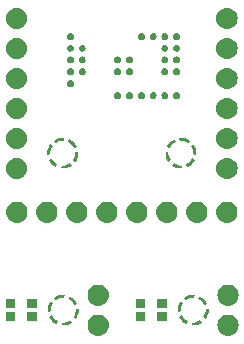
<source format=gtp>
G75*
%FSLAX44Y44*%
%MOMM*%

G36*
X-40500Y101900D2*
X-40736Y103068D1*
X-41379Y104021D1*
X-42332Y104664D1*
X-43500Y104900D1*
X-44668Y104664D1*
X-45621Y104021D1*
X-46264Y103068D1*
X-46500Y101900D1*
X-46264Y100732D1*
X-45621Y99779D1*
X-44668Y99136D1*
X-43500Y98900D1*
X-42332Y99136D1*
X-41379Y99779D1*
X-40736Y100732D1*
X-40500Y101900D1*
G37*

G36*
X-40500Y91900D2*
X-40736Y93068D1*
X-41379Y94021D1*
X-42332Y94664D1*
X-43500Y94900D1*
X-44668Y94664D1*
X-45621Y94021D1*
X-46264Y93068D1*
X-46500Y91900D1*
X-46264Y90732D1*
X-45621Y89779D1*
X-44668Y89136D1*
X-43500Y88900D1*
X-42332Y89136D1*
X-41379Y89779D1*
X-40736Y90732D1*
X-40500Y91900D1*
G37*

G36*
X-40500Y81900D2*
X-40736Y83068D1*
X-41379Y84021D1*
X-42332Y84664D1*
X-43500Y84900D1*
X-44668Y84664D1*
X-45621Y84021D1*
X-46264Y83068D1*
X-46500Y81900D1*
X-46264Y80732D1*
X-45621Y79779D1*
X-44668Y79136D1*
X-43500Y78900D1*
X-42332Y79136D1*
X-41379Y79779D1*
X-40736Y80732D1*
X-40500Y81900D1*
G37*

G36*
X-40500Y71900D2*
X-40736Y73068D1*
X-41379Y74021D1*
X-42332Y74664D1*
X-43500Y74900D1*
X-44668Y74664D1*
X-45621Y74021D1*
X-46264Y73068D1*
X-46500Y71900D1*
X-46264Y70732D1*
X-45621Y69779D1*
X-44668Y69136D1*
X-43500Y68900D1*
X-42332Y69136D1*
X-41379Y69779D1*
X-40736Y70732D1*
X-40500Y71900D1*
G37*

G36*
X-40500Y61900D2*
X-40736Y63068D1*
X-41379Y64021D1*
X-42332Y64664D1*
X-43500Y64900D1*
X-44668Y64664D1*
X-45621Y64021D1*
X-46264Y63068D1*
X-46500Y61900D1*
X-46264Y60732D1*
X-45621Y59779D1*
X-44668Y59136D1*
X-43500Y58900D1*
X-42332Y59136D1*
X-41379Y59779D1*
X-40736Y60732D1*
X-40500Y61900D1*
G37*

G36*
X-30500Y91900D2*
X-30736Y93068D1*
X-31379Y94021D1*
X-32332Y94664D1*
X-33500Y94900D1*
X-34668Y94664D1*
X-35621Y94021D1*
X-36264Y93068D1*
X-36500Y91900D1*
X-36264Y90732D1*
X-35621Y89779D1*
X-34668Y89136D1*
X-33500Y88900D1*
X-32332Y89136D1*
X-31379Y89779D1*
X-30736Y90732D1*
X-30500Y91900D1*
G37*

G36*
X-30500Y81900D2*
X-30736Y83068D1*
X-31379Y84021D1*
X-32332Y84664D1*
X-33500Y84900D1*
X-34668Y84664D1*
X-35621Y84021D1*
X-36264Y83068D1*
X-36500Y81900D1*
X-36264Y80732D1*
X-35621Y79779D1*
X-34668Y79136D1*
X-33500Y78900D1*
X-32332Y79136D1*
X-31379Y79779D1*
X-30736Y80732D1*
X-30500Y81900D1*
G37*

G36*
X-30500Y71900D2*
X-30736Y73068D1*
X-31379Y74021D1*
X-32332Y74664D1*
X-33500Y74900D1*
X-34668Y74664D1*
X-35621Y74021D1*
X-36264Y73068D1*
X-36500Y71900D1*
X-36264Y70732D1*
X-35621Y69779D1*
X-34668Y69136D1*
X-33500Y68900D1*
X-32332Y69136D1*
X-31379Y69779D1*
X-30736Y70732D1*
X-30500Y71900D1*
G37*

G36*
X-500Y51900D2*
X-736Y53068D1*
X-1379Y54021D1*
X-2332Y54664D1*
X-3500Y54900D1*
X-4668Y54664D1*
X-5621Y54021D1*
X-6264Y53068D1*
X-6500Y51900D1*
X-6264Y50732D1*
X-5621Y49779D1*
X-4668Y49136D1*
X-3500Y48900D1*
X-2332Y49136D1*
X-1379Y49779D1*
X-736Y50732D1*
X-500Y51900D1*
G37*

G36*
X9500Y51900D2*
X9264Y53068D1*
X8621Y54021D1*
X7668Y54664D1*
X6500Y54900D1*
X5332Y54664D1*
X4379Y54021D1*
X3736Y53068D1*
X3500Y51900D1*
X3736Y50732D1*
X4379Y49779D1*
X5332Y49136D1*
X6500Y48900D1*
X7668Y49136D1*
X8621Y49779D1*
X9264Y50732D1*
X9500Y51900D1*
G37*

G36*
X19500Y51900D2*
X19264Y53068D1*
X18621Y54021D1*
X17668Y54664D1*
X16500Y54900D1*
X15332Y54664D1*
X14379Y54021D1*
X13736Y53068D1*
X13500Y51900D1*
X13736Y50732D1*
X14379Y49779D1*
X15332Y49136D1*
X16500Y48900D1*
X17668Y49136D1*
X18621Y49779D1*
X19264Y50732D1*
X19500Y51900D1*
G37*

G36*
X29500Y51900D2*
X29264Y53068D1*
X28621Y54021D1*
X27668Y54664D1*
X26500Y54900D1*
X25332Y54664D1*
X24379Y54021D1*
X23736Y53068D1*
X23500Y51900D1*
X23736Y50732D1*
X24379Y49779D1*
X25332Y49136D1*
X26500Y48900D1*
X27668Y49136D1*
X28621Y49779D1*
X29264Y50732D1*
X29500Y51900D1*
G37*

G36*
X39500Y51900D2*
X39264Y53068D1*
X38621Y54021D1*
X37668Y54664D1*
X36500Y54900D1*
X35332Y54664D1*
X34379Y54021D1*
X33736Y53068D1*
X33500Y51900D1*
X33736Y50732D1*
X34379Y49779D1*
X35332Y49136D1*
X36500Y48900D1*
X37668Y49136D1*
X38621Y49779D1*
X39264Y50732D1*
X39500Y51900D1*
G37*

G36*
X49500Y51900D2*
X49264Y53068D1*
X48621Y54021D1*
X47668Y54664D1*
X46500Y54900D1*
X45332Y54664D1*
X44379Y54021D1*
X43736Y53068D1*
X43500Y51900D1*
X43736Y50732D1*
X44379Y49779D1*
X45332Y49136D1*
X46500Y48900D1*
X47668Y49136D1*
X48621Y49779D1*
X49264Y50732D1*
X49500Y51900D1*
G37*

G36*
X49500Y71900D2*
X49264Y73068D1*
X48621Y74021D1*
X47668Y74664D1*
X46500Y74900D1*
X45332Y74664D1*
X44379Y74021D1*
X43736Y73068D1*
X43500Y71900D1*
X43736Y70732D1*
X44379Y69779D1*
X45332Y69136D1*
X46500Y68900D1*
X47668Y69136D1*
X48621Y69779D1*
X49264Y70732D1*
X49500Y71900D1*
G37*

G36*
X49500Y81900D2*
X49264Y83068D1*
X48621Y84021D1*
X47668Y84664D1*
X46500Y84900D1*
X45332Y84664D1*
X44379Y84021D1*
X43736Y83068D1*
X43500Y81900D1*
X43736Y80732D1*
X44379Y79779D1*
X45332Y79136D1*
X46500Y78900D1*
X47668Y79136D1*
X48621Y79779D1*
X49264Y80732D1*
X49500Y81900D1*
G37*

G36*
X49500Y91900D2*
X49264Y93068D1*
X48621Y94021D1*
X47668Y94664D1*
X46500Y94900D1*
X45332Y94664D1*
X44379Y94021D1*
X43736Y93068D1*
X43500Y91900D1*
X43736Y90732D1*
X44379Y89779D1*
X45332Y89136D1*
X46500Y88900D1*
X47668Y89136D1*
X48621Y89779D1*
X49264Y90732D1*
X49500Y91900D1*
G37*

G36*
X49500Y101900D2*
X49264Y103068D1*
X48621Y104021D1*
X47668Y104664D1*
X46500Y104900D1*
X45332Y104664D1*
X44379Y104021D1*
X43736Y103068D1*
X43500Y101900D1*
X43736Y100732D1*
X44379Y99779D1*
X45332Y99136D1*
X46500Y98900D1*
X47668Y99136D1*
X48621Y99779D1*
X49264Y100732D1*
X49500Y101900D1*
G37*

G36*
X39500Y71900D2*
X39264Y73068D1*
X38621Y74021D1*
X37668Y74664D1*
X36500Y74900D1*
X35332Y74664D1*
X34379Y74021D1*
X33736Y73068D1*
X33500Y71900D1*
X33736Y70732D1*
X34379Y69779D1*
X35332Y69136D1*
X36500Y68900D1*
X37668Y69136D1*
X38621Y69779D1*
X39264Y70732D1*
X39500Y71900D1*
G37*

G36*
X39500Y81900D2*
X39264Y83068D1*
X38621Y84021D1*
X37668Y84664D1*
X36500Y84900D1*
X35332Y84664D1*
X34379Y84021D1*
X33736Y83068D1*
X33500Y81900D1*
X33736Y80732D1*
X34379Y79779D1*
X35332Y79136D1*
X36500Y78900D1*
X37668Y79136D1*
X38621Y79779D1*
X39264Y80732D1*
X39500Y81900D1*
G37*

G36*
X39500Y91900D2*
X39264Y93068D1*
X38621Y94021D1*
X37668Y94664D1*
X36500Y94900D1*
X35332Y94664D1*
X34379Y94021D1*
X33736Y93068D1*
X33500Y91900D1*
X33736Y90732D1*
X34379Y89779D1*
X35332Y89136D1*
X36500Y88900D1*
X37668Y89136D1*
X38621Y89779D1*
X39264Y90732D1*
X39500Y91900D1*
G37*

G36*
X39500Y101900D2*
X39264Y103068D1*
X38621Y104021D1*
X37668Y104664D1*
X36500Y104900D1*
X35332Y104664D1*
X34379Y104021D1*
X33736Y103068D1*
X33500Y101900D1*
X33736Y100732D1*
X34379Y99779D1*
X35332Y99136D1*
X36500Y98900D1*
X37668Y99136D1*
X38621Y99779D1*
X39264Y100732D1*
X39500Y101900D1*
G37*

G36*
X29500Y101900D2*
X29264Y103068D1*
X28621Y104021D1*
X27668Y104664D1*
X26500Y104900D1*
X25332Y104664D1*
X24379Y104021D1*
X23736Y103068D1*
X23500Y101900D1*
X23736Y100732D1*
X24379Y99779D1*
X25332Y99136D1*
X26500Y98900D1*
X27668Y99136D1*
X28621Y99779D1*
X29264Y100732D1*
X29500Y101900D1*
G37*

G36*
X19500Y101900D2*
X19264Y103068D1*
X18621Y104021D1*
X17668Y104664D1*
X16500Y104900D1*
X15332Y104664D1*
X14379Y104021D1*
X13736Y103068D1*
X13500Y101900D1*
X13736Y100732D1*
X14379Y99779D1*
X15332Y99136D1*
X16500Y98900D1*
X17668Y99136D1*
X18621Y99779D1*
X19264Y100732D1*
X19500Y101900D1*
G37*

G36*
X9500Y81900D2*
X9264Y83068D1*
X8621Y84021D1*
X7668Y84664D1*
X6500Y84900D1*
X5332Y84664D1*
X4379Y84021D1*
X3736Y83068D1*
X3500Y81900D1*
X3736Y80732D1*
X4379Y79779D1*
X5332Y79136D1*
X6500Y78900D1*
X7668Y79136D1*
X8621Y79779D1*
X9264Y80732D1*
X9500Y81900D1*
G37*

G36*
X9500Y71900D2*
X9264Y73068D1*
X8621Y74021D1*
X7668Y74664D1*
X6500Y74900D1*
X5332Y74664D1*
X4379Y74021D1*
X3736Y73068D1*
X3500Y71900D1*
X3736Y70732D1*
X4379Y69779D1*
X5332Y69136D1*
X6500Y68900D1*
X7668Y69136D1*
X8621Y69779D1*
X9264Y70732D1*
X9500Y71900D1*
G37*

G36*
X-500Y81900D2*
X-736Y83068D1*
X-1379Y84021D1*
X-2332Y84664D1*
X-3500Y84900D1*
X-4668Y84664D1*
X-5621Y84021D1*
X-6264Y83068D1*
X-6500Y81900D1*
X-6264Y80732D1*
X-5621Y79779D1*
X-4668Y79136D1*
X-3500Y78900D1*
X-2332Y79136D1*
X-1379Y79779D1*
X-736Y80732D1*
X-500Y81900D1*
G37*

G36*
X-500Y71900D2*
X-736Y73068D1*
X-1379Y74021D1*
X-2332Y74664D1*
X-3500Y74900D1*
X-4668Y74664D1*
X-5621Y74021D1*
X-6264Y73068D1*
X-6500Y71900D1*
X-6264Y70732D1*
X-5621Y69779D1*
X-4668Y69136D1*
X-3500Y68900D1*
X-2332Y69136D1*
X-1379Y69779D1*
X-736Y70732D1*
X-500Y71900D1*
G37*

G36*
X-89000Y108000D2*
X-87186Y108183D1*
X-85497Y108707D1*
X-83968Y109537D1*
X-82636Y110636D1*
X-81537Y111968D1*
X-80707Y113497D1*
X-80183Y115186D1*
X-80000Y117000D1*
X-80183Y118814D1*
X-80707Y120503D1*
X-81537Y122032D1*
X-82636Y123364D1*
X-83968Y124463D1*
X-85497Y125293D1*
X-87186Y125817D1*
X-89000Y126000D1*
X-90814Y125817D1*
X-92503Y125293D1*
X-94032Y124463D1*
X-95364Y123364D1*
X-96463Y122032D1*
X-97293Y120503D1*
X-97817Y118814D1*
X-98000Y117000D1*
X-97817Y115186D1*
X-97293Y113497D1*
X-96463Y111968D1*
X-95364Y110636D1*
X-94032Y109537D1*
X-92503Y108707D1*
X-90814Y108183D1*
X-89000Y108000D1*
G37*

G36*
X-89000Y82600D2*
X-87186Y82783D1*
X-85497Y83307D1*
X-83968Y84137D1*
X-82636Y85236D1*
X-81537Y86568D1*
X-80707Y88097D1*
X-80183Y89786D1*
X-80000Y91600D1*
X-80183Y93414D1*
X-80707Y95103D1*
X-81537Y96632D1*
X-82636Y97964D1*
X-83968Y99063D1*
X-85497Y99893D1*
X-87186Y100417D1*
X-89000Y100600D1*
X-90814Y100417D1*
X-92503Y99893D1*
X-94032Y99063D1*
X-95364Y97964D1*
X-96463Y96632D1*
X-97293Y95103D1*
X-97817Y93414D1*
X-98000Y91600D1*
X-97817Y89786D1*
X-97293Y88097D1*
X-96463Y86568D1*
X-95364Y85236D1*
X-94032Y84137D1*
X-92503Y83307D1*
X-90814Y82783D1*
X-89000Y82600D1*
G37*

G36*
X-89000Y57200D2*
X-87186Y57383D1*
X-85497Y57907D1*
X-83968Y58737D1*
X-82636Y59836D1*
X-81537Y61168D1*
X-80707Y62697D1*
X-80183Y64386D1*
X-80000Y66200D1*
X-80183Y68014D1*
X-80707Y69703D1*
X-81537Y71232D1*
X-82636Y72564D1*
X-83968Y73663D1*
X-85497Y74493D1*
X-87186Y75017D1*
X-89000Y75200D1*
X-90814Y75017D1*
X-92503Y74493D1*
X-94032Y73663D1*
X-95364Y72564D1*
X-96463Y71232D1*
X-97293Y69703D1*
X-97817Y68014D1*
X-98000Y66200D1*
X-97817Y64386D1*
X-97293Y62697D1*
X-96463Y61168D1*
X-95364Y59836D1*
X-94032Y58737D1*
X-92503Y57907D1*
X-90814Y57383D1*
X-89000Y57200D1*
G37*

G36*
X-89000Y31800D2*
X-87186Y31983D1*
X-85497Y32507D1*
X-83968Y33337D1*
X-82636Y34436D1*
X-81537Y35768D1*
X-80707Y37297D1*
X-80183Y38986D1*
X-80000Y40800D1*
X-80183Y42614D1*
X-80707Y44303D1*
X-81537Y45832D1*
X-82636Y47164D1*
X-83968Y48263D1*
X-85497Y49093D1*
X-87186Y49617D1*
X-89000Y49800D1*
X-90814Y49617D1*
X-92503Y49093D1*
X-94032Y48263D1*
X-95364Y47164D1*
X-96463Y45832D1*
X-97293Y44303D1*
X-97817Y42614D1*
X-98000Y40800D1*
X-97817Y38986D1*
X-97293Y37297D1*
X-96463Y35768D1*
X-95364Y34436D1*
X-94032Y33337D1*
X-92503Y32507D1*
X-90814Y31983D1*
X-89000Y31800D1*
G37*

G36*
X-89000Y6400D2*
X-87186Y6583D1*
X-85497Y7107D1*
X-83968Y7937D1*
X-82636Y9036D1*
X-81537Y10368D1*
X-80707Y11897D1*
X-80183Y13586D1*
X-80000Y15400D1*
X-80183Y17214D1*
X-80707Y18903D1*
X-81537Y20432D1*
X-82636Y21764D1*
X-83968Y22863D1*
X-85497Y23693D1*
X-87186Y24217D1*
X-89000Y24400D1*
X-90814Y24217D1*
X-92503Y23693D1*
X-94032Y22863D1*
X-95364Y21764D1*
X-96463Y20432D1*
X-97293Y18903D1*
X-97817Y17214D1*
X-98000Y15400D1*
X-97817Y13586D1*
X-97293Y11897D1*
X-96463Y10368D1*
X-95364Y9036D1*
X-94032Y7937D1*
X-92503Y7107D1*
X-90814Y6583D1*
X-89000Y6400D1*
G37*

G36*
X-89000Y-19000D2*
X-87186Y-18817D1*
X-85497Y-18293D1*
X-83968Y-17463D1*
X-82636Y-16364D1*
X-81537Y-15032D1*
X-80707Y-13503D1*
X-80183Y-11814D1*
X-80000Y-10000D1*
X-80183Y-8186D1*
X-80707Y-6497D1*
X-81537Y-4968D1*
X-82636Y-3636D1*
X-83968Y-2537D1*
X-85497Y-1707D1*
X-87186Y-1183D1*
X-89000Y-1000D1*
X-90814Y-1183D1*
X-92503Y-1707D1*
X-94032Y-2537D1*
X-95364Y-3636D1*
X-96463Y-4968D1*
X-97293Y-6497D1*
X-97817Y-8186D1*
X-98000Y-10000D1*
X-97817Y-11814D1*
X-97293Y-13503D1*
X-96463Y-15032D1*
X-95364Y-16364D1*
X-94032Y-17463D1*
X-92503Y-18293D1*
X-90814Y-18817D1*
X-89000Y-19000D1*
G37*

G36*
X-79900Y-47100D2*
X-80083Y-45286D1*
X-80607Y-43597D1*
X-81437Y-42068D1*
X-82536Y-40736D1*
X-83868Y-39637D1*
X-85397Y-38807D1*
X-87086Y-38283D1*
X-88900Y-38100D1*
X-90714Y-38283D1*
X-92403Y-38807D1*
X-93932Y-39637D1*
X-95264Y-40736D1*
X-96363Y-42068D1*
X-97193Y-43597D1*
X-97717Y-45286D1*
X-97900Y-47100D1*
X-97717Y-48914D1*
X-97193Y-50603D1*
X-96363Y-52132D1*
X-95264Y-53464D1*
X-93932Y-54563D1*
X-92403Y-55393D1*
X-90714Y-55917D1*
X-88900Y-56100D1*
X-87086Y-55917D1*
X-85397Y-55393D1*
X-83868Y-54563D1*
X-82536Y-53464D1*
X-81437Y-52132D1*
X-80607Y-50603D1*
X-80083Y-48914D1*
X-79900Y-47100D1*
G37*

G36*
X-54500Y-47100D2*
X-54683Y-45286D1*
X-55207Y-43597D1*
X-56037Y-42068D1*
X-57136Y-40736D1*
X-58468Y-39637D1*
X-59997Y-38807D1*
X-61686Y-38283D1*
X-63500Y-38100D1*
X-65314Y-38283D1*
X-67003Y-38807D1*
X-68532Y-39637D1*
X-69864Y-40736D1*
X-70963Y-42068D1*
X-71793Y-43597D1*
X-72317Y-45286D1*
X-72500Y-47100D1*
X-72317Y-48914D1*
X-71793Y-50603D1*
X-70963Y-52132D1*
X-69864Y-53464D1*
X-68532Y-54563D1*
X-67003Y-55393D1*
X-65314Y-55917D1*
X-63500Y-56100D1*
X-61686Y-55917D1*
X-59997Y-55393D1*
X-58468Y-54563D1*
X-57136Y-53464D1*
X-56037Y-52132D1*
X-55207Y-50603D1*
X-54683Y-48914D1*
X-54500Y-47100D1*
G37*

G36*
X-29100Y-47100D2*
X-29283Y-45286D1*
X-29807Y-43597D1*
X-30637Y-42068D1*
X-31736Y-40736D1*
X-33068Y-39637D1*
X-34597Y-38807D1*
X-36286Y-38283D1*
X-38100Y-38100D1*
X-39914Y-38283D1*
X-41603Y-38807D1*
X-43132Y-39637D1*
X-44464Y-40736D1*
X-45563Y-42068D1*
X-46393Y-43597D1*
X-46917Y-45286D1*
X-47100Y-47100D1*
X-46917Y-48914D1*
X-46393Y-50603D1*
X-45563Y-52132D1*
X-44464Y-53464D1*
X-43132Y-54563D1*
X-41603Y-55393D1*
X-39914Y-55917D1*
X-38100Y-56100D1*
X-36286Y-55917D1*
X-34597Y-55393D1*
X-33068Y-54563D1*
X-31736Y-53464D1*
X-30637Y-52132D1*
X-29807Y-50603D1*
X-29283Y-48914D1*
X-29100Y-47100D1*
G37*

G36*
X-3700Y-47100D2*
X-3883Y-45286D1*
X-4407Y-43597D1*
X-5237Y-42068D1*
X-6336Y-40736D1*
X-7668Y-39637D1*
X-9197Y-38807D1*
X-10886Y-38283D1*
X-12700Y-38100D1*
X-14514Y-38283D1*
X-16203Y-38807D1*
X-17732Y-39637D1*
X-19064Y-40736D1*
X-20163Y-42068D1*
X-20993Y-43597D1*
X-21517Y-45286D1*
X-21700Y-47100D1*
X-21517Y-48914D1*
X-20993Y-50603D1*
X-20163Y-52132D1*
X-19064Y-53464D1*
X-17732Y-54563D1*
X-16203Y-55393D1*
X-14514Y-55917D1*
X-12700Y-56100D1*
X-10886Y-55917D1*
X-9197Y-55393D1*
X-7668Y-54563D1*
X-6336Y-53464D1*
X-5237Y-52132D1*
X-4407Y-50603D1*
X-3883Y-48914D1*
X-3700Y-47100D1*
G37*

G36*
X21700Y-47100D2*
X21517Y-45286D1*
X20993Y-43597D1*
X20163Y-42068D1*
X19064Y-40736D1*
X17732Y-39637D1*
X16203Y-38807D1*
X14514Y-38283D1*
X12700Y-38100D1*
X10886Y-38283D1*
X9197Y-38807D1*
X7668Y-39637D1*
X6336Y-40736D1*
X5237Y-42068D1*
X4407Y-43597D1*
X3883Y-45286D1*
X3700Y-47100D1*
X3883Y-48914D1*
X4407Y-50603D1*
X5237Y-52132D1*
X6336Y-53464D1*
X7668Y-54563D1*
X9197Y-55393D1*
X10886Y-55917D1*
X12700Y-56100D1*
X14514Y-55917D1*
X16203Y-55393D1*
X17732Y-54563D1*
X19064Y-53464D1*
X20163Y-52132D1*
X20993Y-50603D1*
X21517Y-48914D1*
X21700Y-47100D1*
G37*

G36*
X47100Y-47100D2*
X46917Y-45286D1*
X46393Y-43597D1*
X45563Y-42068D1*
X44464Y-40736D1*
X43132Y-39637D1*
X41603Y-38807D1*
X39914Y-38283D1*
X38100Y-38100D1*
X36286Y-38283D1*
X34597Y-38807D1*
X33068Y-39637D1*
X31736Y-40736D1*
X30637Y-42068D1*
X29807Y-43597D1*
X29283Y-45286D1*
X29100Y-47100D1*
X29283Y-48914D1*
X29807Y-50603D1*
X30637Y-52132D1*
X31736Y-53464D1*
X33068Y-54563D1*
X34597Y-55393D1*
X36286Y-55917D1*
X38100Y-56100D1*
X39914Y-55917D1*
X41603Y-55393D1*
X43132Y-54563D1*
X44464Y-53464D1*
X45563Y-52132D1*
X46393Y-50603D1*
X46917Y-48914D1*
X47100Y-47100D1*
G37*

G36*
X72500Y-47100D2*
X72317Y-45286D1*
X71793Y-43597D1*
X70963Y-42068D1*
X69864Y-40736D1*
X68532Y-39637D1*
X67003Y-38807D1*
X65314Y-38283D1*
X63500Y-38100D1*
X61686Y-38283D1*
X59997Y-38807D1*
X58468Y-39637D1*
X57136Y-40736D1*
X56037Y-42068D1*
X55207Y-43597D1*
X54683Y-45286D1*
X54500Y-47100D1*
X54683Y-48914D1*
X55207Y-50603D1*
X56037Y-52132D1*
X57136Y-53464D1*
X58468Y-54563D1*
X59997Y-55393D1*
X61686Y-55917D1*
X63500Y-56100D1*
X65314Y-55917D1*
X67003Y-55393D1*
X68532Y-54563D1*
X69864Y-53464D1*
X70963Y-52132D1*
X71793Y-50603D1*
X72317Y-48914D1*
X72500Y-47100D1*
G37*

G36*
X97900Y-47100D2*
X97717Y-45286D1*
X97193Y-43597D1*
X96363Y-42068D1*
X95264Y-40736D1*
X93932Y-39637D1*
X92403Y-38807D1*
X90714Y-38283D1*
X88900Y-38100D1*
X87086Y-38283D1*
X85397Y-38807D1*
X83868Y-39637D1*
X82536Y-40736D1*
X81437Y-42068D1*
X80607Y-43597D1*
X80083Y-45286D1*
X79900Y-47100D1*
X80083Y-48914D1*
X80607Y-50603D1*
X81437Y-52132D1*
X82536Y-53464D1*
X83868Y-54563D1*
X85397Y-55393D1*
X87086Y-55917D1*
X88900Y-56100D1*
X90714Y-55917D1*
X92403Y-55393D1*
X93932Y-54563D1*
X95264Y-53464D1*
X96363Y-52132D1*
X97193Y-50603D1*
X97717Y-48914D1*
X97900Y-47100D1*
G37*

G36*
X89000Y-1000D2*
X87186Y-1183D1*
X85497Y-1707D1*
X83968Y-2537D1*
X82636Y-3636D1*
X81537Y-4968D1*
X80707Y-6497D1*
X80183Y-8186D1*
X80000Y-10000D1*
X80183Y-11814D1*
X80707Y-13503D1*
X81537Y-15032D1*
X82636Y-16364D1*
X83968Y-17463D1*
X85497Y-18293D1*
X87186Y-18817D1*
X89000Y-19000D1*
X90814Y-18817D1*
X92503Y-18293D1*
X94032Y-17463D1*
X95364Y-16364D1*
X96463Y-15032D1*
X97293Y-13503D1*
X97817Y-11814D1*
X98000Y-10000D1*
X97817Y-8186D1*
X97293Y-6497D1*
X96463Y-4968D1*
X95364Y-3636D1*
X94032Y-2537D1*
X92503Y-1707D1*
X90814Y-1183D1*
X89000Y-1000D1*
G37*

G36*
X89000Y24400D2*
X87186Y24217D1*
X85497Y23693D1*
X83968Y22863D1*
X82636Y21764D1*
X81537Y20432D1*
X80707Y18903D1*
X80183Y17214D1*
X80000Y15400D1*
X80183Y13586D1*
X80707Y11897D1*
X81537Y10368D1*
X82636Y9036D1*
X83968Y7937D1*
X85497Y7107D1*
X87186Y6583D1*
X89000Y6400D1*
X90814Y6583D1*
X92503Y7107D1*
X94032Y7937D1*
X95364Y9036D1*
X96463Y10368D1*
X97293Y11897D1*
X97817Y13586D1*
X98000Y15400D1*
X97817Y17214D1*
X97293Y18903D1*
X96463Y20432D1*
X95364Y21764D1*
X94032Y22863D1*
X92503Y23693D1*
X90814Y24217D1*
X89000Y24400D1*
G37*

G36*
X89000Y49800D2*
X87186Y49617D1*
X85497Y49093D1*
X83968Y48263D1*
X82636Y47164D1*
X81537Y45832D1*
X80707Y44303D1*
X80183Y42614D1*
X80000Y40800D1*
X80183Y38986D1*
X80707Y37297D1*
X81537Y35768D1*
X82636Y34436D1*
X83968Y33337D1*
X85497Y32507D1*
X87186Y31983D1*
X89000Y31800D1*
X90814Y31983D1*
X92503Y32507D1*
X94032Y33337D1*
X95364Y34436D1*
X96463Y35768D1*
X97293Y37297D1*
X97817Y38986D1*
X98000Y40800D1*
X97817Y42614D1*
X97293Y44303D1*
X96463Y45832D1*
X95364Y47164D1*
X94032Y48263D1*
X92503Y49093D1*
X90814Y49617D1*
X89000Y49800D1*
G37*

G36*
X89000Y75200D2*
X87186Y75017D1*
X85497Y74493D1*
X83968Y73663D1*
X82636Y72564D1*
X81537Y71232D1*
X80707Y69703D1*
X80183Y68014D1*
X80000Y66200D1*
X80183Y64386D1*
X80707Y62697D1*
X81537Y61168D1*
X82636Y59836D1*
X83968Y58737D1*
X85497Y57907D1*
X87186Y57383D1*
X89000Y57200D1*
X90814Y57383D1*
X92503Y57907D1*
X94032Y58737D1*
X95364Y59836D1*
X96463Y61168D1*
X97293Y62697D1*
X97817Y64386D1*
X98000Y66200D1*
X97817Y68014D1*
X97293Y69703D1*
X96463Y71232D1*
X95364Y72564D1*
X94032Y73663D1*
X92503Y74493D1*
X90814Y75017D1*
X89000Y75200D1*
G37*

G36*
X89000Y100600D2*
X87186Y100417D1*
X85497Y99893D1*
X83968Y99063D1*
X82636Y97964D1*
X81537Y96632D1*
X80707Y95103D1*
X80183Y93414D1*
X80000Y91600D1*
X80183Y89786D1*
X80707Y88097D1*
X81537Y86568D1*
X82636Y85236D1*
X83968Y84137D1*
X85497Y83307D1*
X87186Y82783D1*
X89000Y82600D1*
X90814Y82783D1*
X92503Y83307D1*
X94032Y84137D1*
X95364Y85236D1*
X96463Y86568D1*
X97293Y88097D1*
X97817Y89786D1*
X98000Y91600D1*
X97817Y93414D1*
X97293Y95103D1*
X96463Y96632D1*
X95364Y97964D1*
X94032Y99063D1*
X92503Y99893D1*
X90814Y100417D1*
X89000Y100600D1*
G37*

G36*
X89000Y126000D2*
X87186Y125817D1*
X85497Y125293D1*
X83968Y124463D1*
X82636Y123364D1*
X81537Y122032D1*
X80707Y120503D1*
X80183Y118814D1*
X80000Y117000D1*
X80183Y115186D1*
X80707Y113497D1*
X81537Y111968D1*
X82636Y110636D1*
X83968Y109537D1*
X85497Y108707D1*
X87186Y108183D1*
X89000Y108000D1*
X90814Y108183D1*
X92503Y108707D1*
X94032Y109537D1*
X95364Y110636D1*
X96463Y111968D1*
X97293Y113497D1*
X97817Y115186D1*
X98000Y117000D1*
X97817Y118814D1*
X97293Y120503D1*
X96463Y122032D1*
X95364Y123364D1*
X94032Y124463D1*
X92503Y125293D1*
X90814Y125817D1*
X89000Y126000D1*
G37*

G36*
X-40484Y7337D2*
X-38218Y8394D1*
X-39356Y10363D1*
X-40808Y12092D1*
X-42537Y13544D1*
X-44506Y14682D1*
X-45563Y12416D1*
X-43972Y11497D1*
X-42575Y10325D1*
X-41403Y8928D1*
X-40484Y7337D1*
G37*

G36*
X-49085Y13360D2*
X-48867Y15851D1*
X-51142Y15850D1*
X-53365Y15457D1*
X-55486Y14686D1*
X-57456Y13549D1*
X-56023Y11501D1*
X-54431Y12419D1*
X-52718Y13042D1*
X-50922Y13359D1*
X-49085Y13360D1*
G37*

G36*
X-58601Y8923D2*
X-60649Y10356D1*
X-61786Y8386D1*
X-62557Y6265D1*
X-62950Y4042D1*
X-62951Y1767D1*
X-60460Y1985D1*
X-60459Y3822D1*
X-60142Y5618D1*
X-59519Y7331D1*
X-58601Y8923D1*
G37*

G36*
X-59516Y-1537D2*
X-61782Y-2594D1*
X-60644Y-4563D1*
X-59192Y-6292D1*
X-57463Y-7744D1*
X-55494Y-8882D1*
X-54437Y-6616D1*
X-56028Y-5697D1*
X-57425Y-4525D1*
X-58597Y-3128D1*
X-59516Y-1537D1*
G37*

G36*
X-50915Y-7560D2*
X-51133Y-10051D1*
X-48858Y-10050D1*
X-46635Y-9657D1*
X-44514Y-8886D1*
X-42544Y-7749D1*
X-43977Y-5701D1*
X-45569Y-6619D1*
X-47282Y-7242D1*
X-49078Y-7559D1*
X-50915Y-7560D1*
G37*

G36*
X-41399Y-3123D2*
X-39351Y-4556D1*
X-38214Y-2586D1*
X-37443Y-465D1*
X-37050Y1758D1*
X-37049Y4033D1*
X-39540Y3815D1*
X-39541Y1978D1*
X-39858Y182D1*
X-40481Y-1531D1*
X-41399Y-3123D1*
G37*

G36*
X54437Y-6616D2*
X55494Y-8882D1*
X57463Y-7744D1*
X59192Y-6292D1*
X60644Y-4563D1*
X61782Y-2594D1*
X59516Y-1537D1*
X58597Y-3128D1*
X57425Y-4525D1*
X56028Y-5697D1*
X54437Y-6616D1*
G37*

G36*
X60460Y1985D2*
X62951Y1767D1*
X62950Y4042D1*
X62557Y6265D1*
X61786Y8386D1*
X60649Y10356D1*
X58601Y8923D1*
X59519Y7331D1*
X60142Y5618D1*
X60459Y3822D1*
X60460Y1985D1*
G37*

G36*
X56023Y11501D2*
X57456Y13549D1*
X55486Y14686D1*
X53365Y15457D1*
X51142Y15850D1*
X48867Y15851D1*
X49085Y13360D1*
X50922Y13359D1*
X52718Y13042D1*
X54431Y12419D1*
X56023Y11501D1*
G37*

G36*
X45563Y12416D2*
X44506Y14682D1*
X42537Y13544D1*
X40808Y12092D1*
X39356Y10363D1*
X38218Y8394D1*
X40484Y7337D1*
X41403Y8928D1*
X42575Y10325D1*
X43972Y11497D1*
X45563Y12416D1*
G37*

G36*
X39540Y3815D2*
X37049Y4033D1*
X37050Y1758D1*
X37443Y-465D1*
X38214Y-2586D1*
X39351Y-4556D1*
X41399Y-3123D1*
X40481Y-1531D1*
X39858Y182D1*
X39541Y1978D1*
X39540Y3815D1*
G37*

G36*
X43977Y-5701D2*
X42544Y-7749D1*
X44514Y-8886D1*
X46635Y-9657D1*
X48858Y-10050D1*
X51133Y-10051D1*
X50915Y-7560D1*
X49078Y-7559D1*
X47282Y-7242D1*
X45569Y-6619D1*
X43977Y-5701D1*
G37*

G36*
X-71850Y-131500D2*
X-71850Y-139500D1*
X-79850Y-139500D1*
X-79850Y-131500D1*
X-71850Y-131500D1*
G37*

G36*
X-71850Y-120500D2*
X-71850Y-128500D1*
X-79850Y-128500D1*
X-79850Y-120500D1*
X-71850Y-120500D1*
G37*

G36*
X-90150Y-120500D2*
X-90150Y-128500D1*
X-98150Y-128500D1*
X-98150Y-120500D1*
X-90150Y-120500D1*
G37*

G36*
X-90150Y-131500D2*
X-90150Y-139500D1*
X-98150Y-139500D1*
X-98150Y-131500D1*
X-90150Y-131500D1*
G37*

G36*
X-20000Y-126300D2*
X-18186Y-126117D1*
X-16497Y-125593D1*
X-14968Y-124763D1*
X-13636Y-123664D1*
X-12537Y-122332D1*
X-11707Y-120803D1*
X-11183Y-119114D1*
X-11000Y-117300D1*
X-11183Y-115486D1*
X-11707Y-113797D1*
X-12537Y-112268D1*
X-13636Y-110936D1*
X-14968Y-109837D1*
X-16497Y-109007D1*
X-18186Y-108483D1*
X-20000Y-108300D1*
X-21814Y-108483D1*
X-23503Y-109007D1*
X-25032Y-109837D1*
X-26364Y-110936D1*
X-27463Y-112268D1*
X-28293Y-113797D1*
X-28817Y-115486D1*
X-29000Y-117300D1*
X-28817Y-119114D1*
X-28293Y-120803D1*
X-27463Y-122332D1*
X-26364Y-123664D1*
X-25032Y-124763D1*
X-23503Y-125593D1*
X-21814Y-126117D1*
X-20000Y-126300D1*
G37*

G36*
X-20000Y-151700D2*
X-18186Y-151517D1*
X-16497Y-150993D1*
X-14968Y-150163D1*
X-13636Y-149064D1*
X-12537Y-147732D1*
X-11707Y-146203D1*
X-11183Y-144514D1*
X-11000Y-142700D1*
X-11183Y-140886D1*
X-11707Y-139197D1*
X-12537Y-137668D1*
X-13636Y-136336D1*
X-14968Y-135237D1*
X-16497Y-134407D1*
X-18186Y-133883D1*
X-20000Y-133700D1*
X-21814Y-133883D1*
X-23503Y-134407D1*
X-25032Y-135237D1*
X-26364Y-136336D1*
X-27463Y-137668D1*
X-28293Y-139197D1*
X-28817Y-140886D1*
X-29000Y-142700D1*
X-28817Y-144514D1*
X-28293Y-146203D1*
X-27463Y-147732D1*
X-26364Y-149064D1*
X-25032Y-150163D1*
X-23503Y-150993D1*
X-21814Y-151517D1*
X-20000Y-151700D1*
G37*

G36*
X-39984Y-125563D2*
X-37718Y-124506D1*
X-38856Y-122537D1*
X-40308Y-120808D1*
X-42037Y-119356D1*
X-44006Y-118218D1*
X-45063Y-120484D1*
X-43472Y-121403D1*
X-42075Y-122575D1*
X-40903Y-123972D1*
X-39984Y-125563D1*
G37*

G36*
X-48585Y-119540D2*
X-48367Y-117049D1*
X-50642Y-117050D1*
X-52865Y-117443D1*
X-54986Y-118214D1*
X-56956Y-119351D1*
X-55523Y-121399D1*
X-53931Y-120481D1*
X-52218Y-119858D1*
X-50422Y-119541D1*
X-48585Y-119540D1*
G37*

G36*
X-58101Y-123977D2*
X-60149Y-122544D1*
X-61286Y-124514D1*
X-62057Y-126635D1*
X-62450Y-128858D1*
X-62451Y-131133D1*
X-59960Y-130915D1*
X-59959Y-129078D1*
X-59642Y-127282D1*
X-59019Y-125569D1*
X-58101Y-123977D1*
G37*

G36*
X-59016Y-134437D2*
X-61282Y-135494D1*
X-60144Y-137463D1*
X-58692Y-139192D1*
X-56963Y-140644D1*
X-54994Y-141782D1*
X-53937Y-139516D1*
X-55528Y-138597D1*
X-56925Y-137425D1*
X-58097Y-136028D1*
X-59016Y-134437D1*
G37*

G36*
X-50415Y-140460D2*
X-50633Y-142951D1*
X-48358Y-142950D1*
X-46135Y-142557D1*
X-44014Y-141786D1*
X-42044Y-140649D1*
X-43477Y-138601D1*
X-45069Y-139519D1*
X-46782Y-140142D1*
X-48578Y-140459D1*
X-50415Y-140460D1*
G37*

G36*
X-40899Y-136023D2*
X-38851Y-137456D1*
X-37714Y-135486D1*
X-36943Y-133365D1*
X-36550Y-131142D1*
X-36549Y-128867D1*
X-39040Y-129085D1*
X-39041Y-130922D1*
X-39358Y-132718D1*
X-39981Y-134431D1*
X-40899Y-136023D1*
G37*

G36*
X38150Y-131500D2*
X38150Y-139500D1*
X30150Y-139500D1*
X30150Y-131500D1*
X38150Y-131500D1*
G37*

G36*
X38150Y-120500D2*
X38150Y-128500D1*
X30150Y-128500D1*
X30150Y-120500D1*
X38150Y-120500D1*
G37*

G36*
X19850Y-120500D2*
X19850Y-128500D1*
X11850Y-128500D1*
X11850Y-120500D1*
X19850Y-120500D1*
G37*

G36*
X19850Y-131500D2*
X19850Y-139500D1*
X11850Y-139500D1*
X11850Y-131500D1*
X19850Y-131500D1*
G37*

G36*
X90000Y-126300D2*
X91814Y-126117D1*
X93503Y-125593D1*
X95032Y-124763D1*
X96364Y-123664D1*
X97463Y-122332D1*
X98293Y-120803D1*
X98817Y-119114D1*
X99000Y-117300D1*
X98817Y-115486D1*
X98293Y-113797D1*
X97463Y-112268D1*
X96364Y-110936D1*
X95032Y-109837D1*
X93503Y-109007D1*
X91814Y-108483D1*
X90000Y-108300D1*
X88186Y-108483D1*
X86497Y-109007D1*
X84968Y-109837D1*
X83636Y-110936D1*
X82537Y-112268D1*
X81707Y-113797D1*
X81183Y-115486D1*
X81000Y-117300D1*
X81183Y-119114D1*
X81707Y-120803D1*
X82537Y-122332D1*
X83636Y-123664D1*
X84968Y-124763D1*
X86497Y-125593D1*
X88186Y-126117D1*
X90000Y-126300D1*
G37*

G36*
X90000Y-151700D2*
X91814Y-151517D1*
X93503Y-150993D1*
X95032Y-150163D1*
X96364Y-149064D1*
X97463Y-147732D1*
X98293Y-146203D1*
X98817Y-144514D1*
X99000Y-142700D1*
X98817Y-140886D1*
X98293Y-139197D1*
X97463Y-137668D1*
X96364Y-136336D1*
X95032Y-135237D1*
X93503Y-134407D1*
X91814Y-133883D1*
X90000Y-133700D1*
X88186Y-133883D1*
X86497Y-134407D1*
X84968Y-135237D1*
X83636Y-136336D1*
X82537Y-137668D1*
X81707Y-139197D1*
X81183Y-140886D1*
X81000Y-142700D1*
X81183Y-144514D1*
X81707Y-146203D1*
X82537Y-147732D1*
X83636Y-149064D1*
X84968Y-150163D1*
X86497Y-150993D1*
X88186Y-151517D1*
X90000Y-151700D1*
G37*

G36*
X70016Y-125563D2*
X72282Y-124506D1*
X71144Y-122537D1*
X69692Y-120808D1*
X67963Y-119356D1*
X65994Y-118218D1*
X64937Y-120484D1*
X66528Y-121403D1*
X67925Y-122575D1*
X69097Y-123972D1*
X70016Y-125563D1*
G37*

G36*
X61415Y-119540D2*
X61633Y-117049D1*
X59358Y-117050D1*
X57135Y-117443D1*
X55014Y-118214D1*
X53044Y-119351D1*
X54477Y-121399D1*
X56069Y-120481D1*
X57782Y-119858D1*
X59578Y-119541D1*
X61415Y-119540D1*
G37*

G36*
X51899Y-123977D2*
X49851Y-122544D1*
X48714Y-124514D1*
X47943Y-126635D1*
X47550Y-128858D1*
X47549Y-131133D1*
X50040Y-130915D1*
X50041Y-129078D1*
X50358Y-127282D1*
X50981Y-125569D1*
X51899Y-123977D1*
G37*

G36*
X50984Y-134437D2*
X48718Y-135494D1*
X49856Y-137463D1*
X51308Y-139192D1*
X53037Y-140644D1*
X55006Y-141782D1*
X56063Y-139516D1*
X54472Y-138597D1*
X53075Y-137425D1*
X51903Y-136028D1*
X50984Y-134437D1*
G37*

G36*
X59585Y-140460D2*
X59367Y-142951D1*
X61642Y-142950D1*
X63865Y-142557D1*
X65986Y-141786D1*
X67956Y-140649D1*
X66523Y-138601D1*
X64931Y-139519D1*
X63218Y-140142D1*
X61422Y-140459D1*
X59585Y-140460D1*
G37*

G36*
X69101Y-136023D2*
X71149Y-137456D1*
X72286Y-135486D1*
X73057Y-133365D1*
X73450Y-131142D1*
X73451Y-128867D1*
X70960Y-129085D1*
X70959Y-130922D1*
X70642Y-132718D1*
X70019Y-134431D1*
X69101Y-136023D1*
G37*

M02*

</source>
